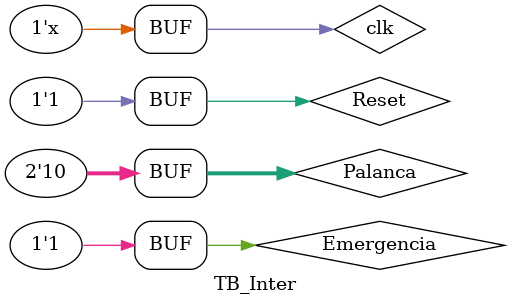
<source format=v>
`timescale 1 ns/10 ps	//Escala de tiempo 1 nanosegundo

module TB_Inter;

//Se toman las mismas entradas y salidas del programa principal, todas las entradas se declaran como reg y las salidas como wire
wire Reloj_1seg, Derecha, Izquierda;	//Se cambia el nombre si desea para la simulacion
wire [1:0] Estado;
reg clk, Reset, Emergencia;
reg [1:0] Palanca;

//Se realiza una iteracion con el programa principal realizando las conexiones y se agrega 'DUT1'
Final_FSM_Intermitentes DUT1 (.clk(clk), .reset(Reset), .E(Emergencia), .ADI(Palanca), .clk1s(Reloj_1seg), .D(Derecha), .I(Izquierda), .Status(Estado));


localparam	med_periodo = 10,			//constante de 10 ns, es decir medio ciclo de reloj de 50 MHz
		cambio = 49999999*(2*med_periodo);	//constante que equivale a 1 segundos debido a los calculos realizados

always
#med_periodo clk = ~clk;				//Señal de reloj de 50MHz

initial
begin
//Se declaran las entradas y los tiempos de simulacion
	Reset = 1'b0;		//Reset=Apagado
	clk = 1'b0;		//clk=empieza en cero
	Palanca = 2'b00;	//Palanca=Apagada
	Emergencia = 1'b0;	//Emergencia=Apagada
	#249999990;		//0.5 segundos de retraso para identificar los cambios como Maquina de Moore

	Palanca = 2'b01; 	//Luz derecha
	Emergencia = 1'b0;	//Emergencia apagado
	#cambio;		
	#cambio;		
	#cambio;
	#cambio;		//4 cambios=4 segundos

	Palanca = 2'b10; 	//Luz izquierda
	Emergencia = 1'b0;	//Emergencia apagado
	#cambio;
	#cambio;		//2 segundos


	Palanca = 2'b00; 	//Ambas luces apagadas
	Emergencia = 1'b1;	//Emergencia encendido
	#cambio;
	#cambio;
	#cambio;		//3 segundos

	Palanca = 2'b01; 	//Luz derecha
	Emergencia = 1'b0;	//Emergencia apagado
	#cambio;
	#cambio;		//2 segundos

	Palanca = 2'b01; 	//Luz derecha
	Emergencia = 1'b1;	//Emergencia encendido
	#cambio;
	#cambio;		//2 segundos

	Palanca = 2'b10; 	//Luz izquierda
	Emergencia = 1'b1;	//Emergencia encendido			
	#cambio;
	#cambio;		//2 segundos
	
	Reset = 1'b1;		//Reset=encendido
end

endmodule

</source>
